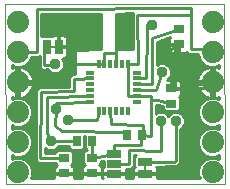
<source format=gtl>
G75*
%MOIN*%
%OFA0B0*%
%FSLAX24Y24*%
%IPPOS*%
%LPD*%
%AMOC8*
5,1,8,0,0,1.08239X$1,22.5*
%
%ADD10C,0.0000*%
%ADD11R,0.0118X0.0315*%
%ADD12R,0.0315X0.0118*%
%ADD13R,0.0354X0.0276*%
%ADD14R,0.0276X0.0354*%
%ADD15R,0.0500X0.0250*%
%ADD16C,0.0080*%
%ADD17R,0.0250X0.0500*%
%ADD18C,0.0740*%
%ADD19C,0.0100*%
%ADD20C,0.0376*%
D10*
X001100Y000639D02*
X001097Y006642D01*
X008394Y006645D01*
X008409Y000642D01*
X001100Y000639D01*
D11*
X004199Y003092D03*
X004396Y003092D03*
X004593Y003092D03*
X004790Y003092D03*
X004987Y003092D03*
X005183Y003092D03*
X005183Y004667D03*
X004987Y004667D03*
X004790Y004667D03*
X004593Y004667D03*
X004396Y004667D03*
X004199Y004667D03*
D12*
X003904Y004371D03*
X003904Y004174D03*
X003904Y003978D03*
X003904Y003781D03*
X003904Y003584D03*
X003904Y003387D03*
X005479Y003387D03*
X005479Y003584D03*
X005479Y003781D03*
X005479Y003978D03*
X005479Y004174D03*
X005479Y004371D03*
D13*
X006629Y003841D03*
X006629Y003329D03*
X006866Y005306D03*
X006866Y005817D03*
X003982Y001526D03*
X003982Y001014D03*
X003050Y001013D03*
X003050Y001524D03*
D14*
X003472Y002078D03*
X003984Y002078D03*
X005150Y002274D03*
X005662Y002274D03*
D15*
X004727Y001640D03*
X004727Y001320D03*
X004727Y001000D03*
X005757Y000994D03*
X005757Y001394D03*
D16*
X005757Y001344D02*
X005757Y001044D01*
X002819Y005232D02*
X002519Y005232D01*
D17*
X002469Y005232D03*
X002869Y005232D03*
D18*
X001500Y005045D03*
X001500Y004045D03*
X001500Y003045D03*
X001500Y002045D03*
X001500Y001045D03*
X001500Y006045D03*
X008000Y006045D03*
X008000Y005045D03*
X008000Y004045D03*
X008000Y003045D03*
X008000Y002045D03*
X008000Y001045D03*
D19*
X007563Y000847D02*
X006156Y000847D01*
X006157Y000850D02*
X006157Y000982D01*
X005907Y000982D01*
X005907Y000982D01*
X005907Y001007D01*
X006157Y001007D01*
X006157Y001139D01*
X006147Y001177D01*
X006127Y001212D01*
X006116Y001223D01*
X006117Y001224D01*
X006117Y001236D01*
X006678Y001239D01*
X006684Y001234D01*
X006743Y001239D01*
X006803Y001240D01*
X006808Y001245D01*
X006816Y001246D01*
X006854Y001291D01*
X006896Y001334D01*
X006896Y001340D01*
X006929Y001372D01*
X006929Y001380D01*
X006934Y001386D01*
X006929Y001445D01*
X006930Y002499D01*
X006939Y002503D01*
X007022Y002587D01*
X007068Y002697D01*
X007068Y002815D01*
X007022Y002925D01*
X006939Y003009D01*
X006829Y003054D01*
X006710Y003054D01*
X006601Y003009D01*
X006530Y002938D01*
X006459Y003009D01*
X006349Y003055D01*
X006230Y003055D01*
X006121Y003009D01*
X006109Y002997D01*
X006110Y003299D01*
X006170Y003299D01*
X006342Y003248D01*
X006342Y003146D01*
X006406Y003081D01*
X006851Y003081D01*
X006916Y003146D01*
X006916Y003512D01*
X006865Y003564D01*
X006898Y003583D01*
X006926Y003611D01*
X006946Y003645D01*
X006956Y003683D01*
X006956Y003822D01*
X006648Y003822D01*
X006648Y003860D01*
X006956Y003860D01*
X006956Y003998D01*
X006946Y004037D01*
X006926Y004071D01*
X006898Y004099D01*
X006864Y004119D01*
X006826Y004129D01*
X006648Y004129D01*
X006648Y003860D01*
X006610Y003860D01*
X006610Y004129D01*
X006493Y004129D01*
X006573Y004208D01*
X006618Y004318D01*
X006618Y004436D01*
X006573Y004546D01*
X006489Y004630D01*
X006379Y004675D01*
X006261Y004675D01*
X006151Y004630D01*
X006145Y004624D01*
X006144Y005390D01*
X006578Y005545D01*
X006569Y005535D01*
X006549Y005501D01*
X006539Y005463D01*
X006539Y005324D01*
X006847Y005324D01*
X006847Y005287D01*
X006539Y005287D01*
X006539Y005148D01*
X006549Y005110D01*
X006569Y005076D01*
X006597Y005048D01*
X006631Y005028D01*
X006669Y005018D01*
X006847Y005018D01*
X006847Y005287D01*
X006885Y005287D01*
X006885Y005018D01*
X007063Y005018D01*
X007101Y005028D01*
X007135Y005048D01*
X007139Y005051D01*
X007151Y005040D01*
X007197Y004993D01*
X007198Y004993D01*
X007198Y004992D01*
X007264Y004992D01*
X007330Y004992D01*
X007330Y004992D01*
X007520Y004992D01*
X007520Y004950D01*
X007593Y004773D01*
X007728Y004638D01*
X007905Y004565D01*
X008095Y004565D01*
X008199Y004608D01*
X008199Y004527D01*
X008122Y004552D01*
X008050Y004564D01*
X008050Y004095D01*
X007950Y004095D01*
X007950Y003995D01*
X008050Y003995D01*
X008050Y003527D01*
X008122Y003538D01*
X008200Y003563D01*
X008202Y003564D01*
X008202Y003481D01*
X008095Y003525D01*
X007905Y003525D01*
X007728Y003452D01*
X007593Y003317D01*
X007520Y003141D01*
X007520Y002950D01*
X007593Y002773D01*
X007728Y002638D01*
X007905Y002565D01*
X008095Y002565D01*
X008204Y002610D01*
X008205Y002480D01*
X008095Y002525D01*
X007905Y002525D01*
X007728Y002452D01*
X007593Y002317D01*
X007520Y002141D01*
X007520Y001950D01*
X007593Y001773D01*
X007728Y001638D01*
X007905Y001565D01*
X008095Y001565D01*
X008207Y001611D01*
X008207Y001479D01*
X008095Y001525D01*
X007905Y001525D01*
X007728Y001452D01*
X007593Y001317D01*
X007520Y001141D01*
X007520Y000950D01*
X007565Y000841D01*
X006155Y000841D01*
X006157Y000850D01*
X006157Y000946D02*
X007522Y000946D01*
X007520Y001044D02*
X006157Y001044D01*
X006156Y001143D02*
X007521Y001143D01*
X007562Y001241D02*
X006804Y001241D01*
X006896Y001340D02*
X007615Y001340D01*
X007714Y001438D02*
X006930Y001438D01*
X006929Y001537D02*
X008207Y001537D01*
X007736Y001635D02*
X006929Y001635D01*
X006929Y001734D02*
X007633Y001734D01*
X007569Y001832D02*
X006929Y001832D01*
X006929Y001931D02*
X007528Y001931D01*
X007520Y002029D02*
X006929Y002029D01*
X006929Y002128D02*
X007520Y002128D01*
X007555Y002226D02*
X006929Y002226D01*
X006929Y002325D02*
X007600Y002325D01*
X007699Y002423D02*
X006929Y002423D01*
X006957Y002522D02*
X007895Y002522D01*
X007772Y002620D02*
X007036Y002620D01*
X007068Y002719D02*
X007648Y002719D01*
X007575Y002817D02*
X007067Y002817D01*
X007026Y002916D02*
X007534Y002916D01*
X007520Y003014D02*
X006926Y003014D01*
X006883Y003113D02*
X007520Y003113D01*
X007549Y003211D02*
X006916Y003211D01*
X006916Y003310D02*
X007590Y003310D01*
X007684Y003408D02*
X006916Y003408D01*
X006916Y003507D02*
X007859Y003507D01*
X007878Y003538D02*
X007950Y003527D01*
X007950Y003995D01*
X007481Y003995D01*
X007493Y003924D01*
X007518Y003846D01*
X007555Y003773D01*
X007603Y003707D01*
X007661Y003649D01*
X007727Y003601D01*
X007800Y003563D01*
X007878Y003538D01*
X007950Y003605D02*
X008050Y003605D01*
X008050Y003704D02*
X007950Y003704D01*
X007950Y003802D02*
X008050Y003802D01*
X008050Y003901D02*
X007950Y003901D01*
X007950Y003999D02*
X006956Y003999D01*
X006899Y004098D02*
X007482Y004098D01*
X007481Y004095D02*
X007950Y004095D01*
X007950Y004564D01*
X007878Y004552D01*
X007800Y004527D01*
X007727Y004490D01*
X007661Y004442D01*
X007603Y004384D01*
X007555Y004318D01*
X007518Y004245D01*
X007493Y004167D01*
X007481Y004095D01*
X007502Y004196D02*
X006561Y004196D01*
X006609Y004295D02*
X007543Y004295D01*
X007612Y004393D02*
X006618Y004393D01*
X006595Y004492D02*
X007730Y004492D01*
X007845Y004590D02*
X006529Y004590D01*
X006320Y004377D02*
X006122Y003783D01*
X005479Y003781D01*
X005479Y003978D02*
X005986Y003987D01*
X005984Y005460D01*
X005997Y005507D01*
X006866Y005817D01*
X006543Y005477D02*
X006387Y005477D01*
X006539Y005378D02*
X006144Y005378D01*
X006144Y005280D02*
X006539Y005280D01*
X006539Y005181D02*
X006144Y005181D01*
X006144Y005083D02*
X006565Y005083D01*
X006329Y004948D02*
X006330Y004854D01*
X006329Y004948D02*
X006866Y005306D01*
X006747Y005307D01*
X006756Y004058D01*
X006756Y003841D01*
X006629Y003841D01*
X007763Y003850D01*
X007763Y004045D01*
X008000Y004045D01*
X007950Y004098D02*
X008050Y004098D01*
X008050Y004196D02*
X007950Y004196D01*
X007950Y004295D02*
X008050Y004295D01*
X008050Y004393D02*
X007950Y004393D01*
X007950Y004492D02*
X008050Y004492D01*
X008155Y004590D02*
X008199Y004590D01*
X007678Y004689D02*
X006145Y004689D01*
X006145Y004787D02*
X007587Y004787D01*
X007547Y004886D02*
X006145Y004886D01*
X006144Y004984D02*
X007520Y004984D01*
X007780Y005045D02*
X007780Y005152D01*
X007265Y005152D01*
X007273Y006281D01*
X005496Y006286D01*
X005502Y004658D01*
X005183Y004667D01*
X005189Y004667D01*
X005189Y003585D01*
X005479Y003585D01*
X005479Y003584D01*
X005479Y003583D01*
X005951Y003583D01*
X005951Y003459D01*
X006194Y003459D01*
X006629Y003329D01*
X006375Y003113D02*
X006109Y003113D01*
X006110Y003211D02*
X006342Y003211D01*
X006448Y003014D02*
X006614Y003014D01*
X006770Y002756D02*
X006769Y001439D01*
X006736Y001399D01*
X005757Y001394D01*
X005444Y001612D02*
X005397Y001565D01*
X005397Y001224D01*
X005398Y001223D01*
X005387Y001212D01*
X005367Y001177D01*
X005357Y001139D01*
X005357Y001007D01*
X005607Y001007D01*
X005607Y000982D01*
X005607Y000982D01*
X005357Y000982D01*
X005357Y000850D01*
X005359Y000841D01*
X005123Y000841D01*
X005127Y000855D01*
X005127Y000987D01*
X004739Y000987D01*
X004739Y001012D01*
X005127Y001012D01*
X005127Y001144D01*
X005123Y001160D01*
X005218Y001160D01*
X005284Y001159D01*
X005284Y001160D01*
X005285Y001160D01*
X005332Y001206D01*
X005378Y001252D01*
X005378Y001253D01*
X005379Y001253D01*
X005379Y001319D01*
X005381Y001612D01*
X005444Y001612D01*
X005397Y001537D02*
X005381Y001537D01*
X005380Y001438D02*
X005397Y001438D01*
X005397Y001340D02*
X005379Y001340D01*
X005367Y001241D02*
X005397Y001241D01*
X005358Y001143D02*
X005127Y001143D01*
X005127Y001044D02*
X005357Y001044D01*
X005357Y000946D02*
X005127Y000946D01*
X005125Y000847D02*
X005358Y000847D01*
X005757Y000994D02*
X004727Y001000D01*
X004461Y000999D01*
X004222Y001013D01*
X003982Y001014D01*
X003684Y001020D01*
X003050Y001013D01*
X002100Y001019D01*
X002099Y003871D01*
X002099Y004057D01*
X002393Y004057D01*
X002393Y004058D01*
X002015Y004058D01*
X002015Y004045D01*
X001500Y004045D01*
X001550Y003999D02*
X003221Y003999D01*
X003222Y004098D02*
X002018Y004098D01*
X002019Y004095D02*
X002007Y004167D01*
X001982Y004245D01*
X001945Y004318D01*
X001897Y004384D01*
X001839Y004442D01*
X001773Y004490D01*
X001700Y004527D01*
X001622Y004552D01*
X001550Y004564D01*
X001550Y004095D01*
X002019Y004095D01*
X002015Y004058D02*
X002015Y004351D01*
X003169Y004351D01*
X003169Y004669D01*
X003169Y005214D01*
X002869Y005232D01*
X002969Y005220D02*
X002969Y005245D01*
X003144Y005245D01*
X003144Y005502D01*
X003134Y005540D01*
X003114Y005574D01*
X003086Y005602D01*
X003052Y005622D01*
X003014Y005632D01*
X002882Y005632D01*
X002882Y005382D01*
X002881Y005382D01*
X002857Y005382D01*
X002857Y005632D01*
X002725Y005632D01*
X002686Y005622D01*
X002652Y005602D01*
X002641Y005591D01*
X002640Y005592D01*
X002299Y005592D01*
X002296Y005589D01*
X002296Y006325D01*
X004280Y006335D01*
X004280Y005150D01*
X003400Y005130D01*
X003404Y004328D01*
X003385Y004328D01*
X003320Y004329D01*
X003319Y004328D01*
X003317Y004328D01*
X003271Y004282D01*
X003225Y004237D01*
X003225Y004235D01*
X003223Y004234D01*
X003223Y004169D01*
X003219Y003903D01*
X002274Y003881D01*
X002210Y003882D01*
X002208Y003880D01*
X002205Y003880D01*
X002161Y003834D01*
X002116Y003789D01*
X002116Y003786D01*
X002114Y003784D01*
X002115Y003720D01*
X002100Y001574D01*
X002099Y001572D01*
X002100Y001508D01*
X002099Y001443D01*
X002101Y001442D01*
X002101Y001439D01*
X002147Y001395D01*
X002192Y001349D01*
X002195Y001349D01*
X002197Y001347D01*
X002261Y001349D01*
X002325Y001348D01*
X002327Y001350D01*
X002763Y001359D01*
X002763Y001341D01*
X002814Y001290D01*
X002781Y001270D01*
X002753Y001242D01*
X002733Y001208D01*
X002723Y001170D01*
X002723Y001031D01*
X003031Y001031D01*
X003031Y000994D01*
X002723Y000994D01*
X002723Y000855D01*
X002727Y000840D01*
X001934Y000840D01*
X001980Y000950D01*
X001980Y001141D01*
X001907Y001317D01*
X001772Y001452D01*
X001595Y001525D01*
X001405Y001525D01*
X001299Y001482D01*
X001299Y001609D01*
X001405Y001565D01*
X001595Y001565D01*
X001772Y001638D01*
X001907Y001773D01*
X001980Y001950D01*
X001980Y002141D01*
X001907Y002317D01*
X001772Y002452D01*
X001595Y002525D01*
X001405Y002525D01*
X001299Y002481D01*
X001299Y002609D01*
X001405Y002565D01*
X001595Y002565D01*
X001772Y002638D01*
X001907Y002773D01*
X001980Y002950D01*
X001980Y003141D01*
X001907Y003317D01*
X001772Y003452D01*
X001595Y003525D01*
X001405Y003525D01*
X001298Y003481D01*
X001298Y003564D01*
X001300Y003563D01*
X001378Y003538D01*
X001450Y003527D01*
X001450Y003995D01*
X001550Y003995D01*
X001550Y003527D01*
X001622Y003538D01*
X001700Y003563D01*
X001773Y003601D01*
X001839Y003649D01*
X001897Y003707D01*
X001945Y003773D01*
X001982Y003846D01*
X002007Y003924D01*
X002019Y003995D01*
X001550Y003995D01*
X001550Y004095D01*
X001450Y004095D01*
X001450Y004564D01*
X001378Y004552D01*
X001300Y004527D01*
X001298Y004526D01*
X001298Y004609D01*
X001405Y004565D01*
X001595Y004565D01*
X001772Y004638D01*
X001907Y004773D01*
X001953Y004885D01*
X002202Y004885D01*
X002231Y004914D01*
X002231Y004693D01*
X002228Y004690D01*
X002231Y004627D01*
X002231Y004564D01*
X002233Y004561D01*
X002233Y004558D01*
X002279Y004515D01*
X002324Y004470D01*
X002328Y004470D01*
X002330Y004468D01*
X002393Y004470D01*
X002457Y004470D01*
X002459Y004472D01*
X002494Y004474D01*
X002577Y004390D01*
X002687Y004345D01*
X002805Y004345D01*
X002915Y004390D01*
X002999Y004474D01*
X003044Y004584D01*
X003044Y004702D01*
X002999Y004812D01*
X002978Y004832D01*
X003014Y004832D01*
X003052Y004843D01*
X003086Y004862D01*
X003114Y004890D01*
X003134Y004924D01*
X003144Y004963D01*
X003144Y005220D01*
X002969Y005220D01*
X003144Y005181D02*
X004280Y005181D01*
X004280Y005280D02*
X003144Y005280D01*
X003144Y005378D02*
X004280Y005378D01*
X004280Y005477D02*
X003144Y005477D01*
X003114Y005575D02*
X004280Y005575D01*
X004280Y005674D02*
X002296Y005674D01*
X002296Y005772D02*
X004280Y005772D01*
X004280Y005871D02*
X002296Y005871D01*
X002296Y005969D02*
X004280Y005969D01*
X004280Y006068D02*
X002296Y006068D01*
X002296Y006166D02*
X004280Y006166D01*
X004280Y006265D02*
X002296Y006265D01*
X002136Y006485D02*
X007265Y006509D01*
X007265Y005152D01*
X006885Y005181D02*
X006847Y005181D01*
X006847Y005083D02*
X006885Y005083D01*
X006885Y005280D02*
X006847Y005280D01*
X005965Y005957D02*
X005800Y005973D01*
X005800Y005707D01*
X005782Y004175D01*
X005479Y004174D01*
X004790Y004667D02*
X004776Y004667D01*
X004776Y005006D01*
X004774Y005342D01*
X005179Y005309D01*
X005340Y005280D02*
X004780Y005280D01*
X004780Y005181D02*
X005340Y005181D01*
X005340Y005147D02*
X004780Y005150D01*
X004780Y006337D01*
X005336Y006340D01*
X005336Y006286D01*
X005336Y006220D01*
X005337Y006220D01*
X005340Y005147D01*
X005340Y005378D02*
X004780Y005378D01*
X004780Y005477D02*
X005339Y005477D01*
X005339Y005575D02*
X004780Y005575D01*
X004780Y005674D02*
X005339Y005674D01*
X005338Y005772D02*
X004780Y005772D01*
X004780Y005871D02*
X005338Y005871D01*
X005338Y005969D02*
X004780Y005969D01*
X004780Y006068D02*
X005337Y006068D01*
X005337Y006166D02*
X004780Y006166D01*
X004780Y006265D02*
X005336Y006265D01*
X004776Y005006D02*
X004396Y005006D01*
X004396Y004667D01*
X004199Y004667D01*
X004199Y004669D01*
X003169Y004669D01*
X003044Y004689D02*
X003402Y004689D01*
X003402Y004787D02*
X003009Y004787D01*
X003110Y004886D02*
X003401Y004886D01*
X003400Y004984D02*
X003144Y004984D01*
X003144Y005083D02*
X003400Y005083D01*
X002882Y005477D02*
X002857Y005477D01*
X002857Y005575D02*
X002882Y005575D01*
X002469Y005232D02*
X002391Y005276D01*
X002391Y004630D01*
X002746Y004643D01*
X003006Y004492D02*
X003403Y004492D01*
X003403Y004590D02*
X003044Y004590D01*
X002918Y004393D02*
X003404Y004393D01*
X003284Y004295D02*
X001957Y004295D01*
X001998Y004196D02*
X003223Y004196D01*
X003383Y004168D02*
X003517Y004168D01*
X003904Y004174D01*
X003383Y004168D02*
X003376Y003746D01*
X002275Y003721D01*
X002260Y001509D01*
X003050Y001524D01*
X003337Y001537D02*
X003695Y001537D01*
X003695Y001635D02*
X003337Y001635D01*
X003337Y001708D02*
X003273Y001772D01*
X002827Y001772D01*
X002763Y001708D01*
X002763Y001679D01*
X002421Y001672D01*
X002422Y001855D01*
X002453Y001824D01*
X002563Y001779D01*
X002681Y001779D01*
X002791Y001824D01*
X002875Y001908D01*
X002879Y001917D01*
X003225Y001918D01*
X003225Y001855D01*
X003289Y001791D01*
X003656Y001791D01*
X003720Y001855D01*
X003720Y002243D01*
X003736Y002243D01*
X003736Y001855D01*
X003801Y001791D01*
X003823Y001791D01*
X003823Y001774D01*
X003760Y001774D01*
X003695Y001709D01*
X003695Y001343D01*
X003746Y001291D01*
X003713Y001272D01*
X003685Y001244D01*
X003665Y001210D01*
X003655Y001172D01*
X003655Y001033D01*
X003963Y001033D01*
X003963Y000995D01*
X003655Y000995D01*
X003655Y000857D01*
X003660Y000840D01*
X003373Y000840D01*
X003377Y000855D01*
X003377Y000994D01*
X003069Y000994D01*
X003069Y001031D01*
X003377Y001031D01*
X003377Y001170D01*
X003367Y001208D01*
X003347Y001242D01*
X003319Y001270D01*
X003286Y001290D01*
X003337Y001341D01*
X003337Y001708D01*
X003311Y001734D02*
X003719Y001734D01*
X003697Y001832D02*
X003760Y001832D01*
X003736Y001931D02*
X003720Y001931D01*
X003720Y002029D02*
X003736Y002029D01*
X003736Y002128D02*
X003720Y002128D01*
X003720Y002226D02*
X003736Y002226D01*
X003984Y002078D02*
X003982Y001526D01*
X004727Y001640D01*
X004727Y001949D01*
X005611Y001949D01*
X005611Y002226D01*
X005662Y002274D01*
X005945Y002271D01*
X005951Y003459D01*
X006109Y003014D02*
X006132Y003014D01*
X006290Y002757D02*
X006291Y001767D01*
X005223Y001773D01*
X005219Y001320D01*
X004727Y001320D01*
X004714Y001012D02*
X004327Y001012D01*
X004327Y001144D01*
X004337Y001183D01*
X004357Y001217D01*
X004367Y001227D01*
X004367Y001423D01*
X004269Y001408D01*
X004269Y001343D01*
X004218Y001291D01*
X004252Y001272D01*
X004279Y001244D01*
X004299Y001210D01*
X004309Y001172D01*
X004309Y001033D01*
X004001Y001033D01*
X004001Y000995D01*
X004309Y000995D01*
X004309Y000857D01*
X004305Y000840D01*
X004331Y000840D01*
X004327Y000855D01*
X004327Y000987D01*
X004714Y000987D01*
X004714Y001012D01*
X004327Y001044D02*
X004309Y001044D01*
X004309Y001143D02*
X004327Y001143D01*
X004367Y001241D02*
X004281Y001241D01*
X004266Y001340D02*
X004367Y001340D01*
X004327Y000946D02*
X004309Y000946D01*
X004307Y000847D02*
X004329Y000847D01*
X003698Y001340D02*
X003336Y001340D01*
X003337Y001438D02*
X003695Y001438D01*
X003683Y001241D02*
X003348Y001241D01*
X003377Y001143D02*
X003655Y001143D01*
X003655Y001044D02*
X003377Y001044D01*
X003377Y000946D02*
X003655Y000946D01*
X003658Y000847D02*
X003375Y000847D01*
X002752Y001241D02*
X001938Y001241D01*
X001885Y001340D02*
X002764Y001340D01*
X002723Y001143D02*
X001979Y001143D01*
X001980Y001044D02*
X002723Y001044D01*
X002723Y000946D02*
X001978Y000946D01*
X001937Y000847D02*
X002725Y000847D01*
X002102Y001438D02*
X001786Y001438D01*
X001764Y001635D02*
X002101Y001635D01*
X002099Y001537D02*
X001299Y001537D01*
X001867Y001734D02*
X002101Y001734D01*
X002102Y001832D02*
X001931Y001832D01*
X001972Y001931D02*
X002103Y001931D01*
X002103Y002029D02*
X001980Y002029D01*
X001980Y002128D02*
X002104Y002128D01*
X002105Y002226D02*
X001945Y002226D01*
X001900Y002325D02*
X002106Y002325D01*
X002106Y002423D02*
X001801Y002423D01*
X001605Y002522D02*
X002107Y002522D01*
X002108Y002620D02*
X001728Y002620D01*
X001852Y002719D02*
X002108Y002719D01*
X002109Y002817D02*
X001925Y002817D01*
X001966Y002916D02*
X002110Y002916D01*
X002110Y003014D02*
X001980Y003014D01*
X001980Y003113D02*
X002111Y003113D01*
X002112Y003211D02*
X001951Y003211D01*
X001910Y003310D02*
X002112Y003310D01*
X002113Y003408D02*
X001816Y003408D01*
X001641Y003507D02*
X002114Y003507D01*
X002114Y003605D02*
X001779Y003605D01*
X001894Y003704D02*
X002115Y003704D01*
X002129Y003802D02*
X001960Y003802D01*
X002000Y003901D02*
X003115Y003901D01*
X002775Y003345D02*
X003904Y003387D01*
X003904Y003584D02*
X002472Y003546D01*
X002470Y002350D01*
X002622Y002077D01*
X003472Y002078D01*
X003248Y001832D02*
X002799Y001832D01*
X002789Y001734D02*
X002421Y001734D01*
X002422Y001832D02*
X002445Y001832D01*
X002975Y002407D02*
X002755Y002576D01*
X002780Y003150D01*
X002775Y003345D01*
X003174Y002780D02*
X003545Y002787D01*
X003872Y002785D01*
X004137Y002787D01*
X004199Y003092D01*
X004593Y003092D02*
X004603Y002646D01*
X005669Y002637D01*
X005669Y002356D01*
X005662Y002274D01*
X005170Y002397D02*
X005150Y002274D01*
X005170Y002397D02*
X002975Y002407D01*
X001550Y003605D02*
X001450Y003605D01*
X001450Y003704D02*
X001550Y003704D01*
X001550Y003802D02*
X001450Y003802D01*
X001450Y003901D02*
X001550Y003901D01*
X001550Y004098D02*
X001450Y004098D01*
X001450Y004196D02*
X001550Y004196D01*
X001550Y004295D02*
X001450Y004295D01*
X001450Y004393D02*
X001550Y004393D01*
X001550Y004492D02*
X001450Y004492D01*
X001345Y004590D02*
X001298Y004590D01*
X001655Y004590D02*
X002231Y004590D01*
X002303Y004492D02*
X001770Y004492D01*
X001888Y004393D02*
X002574Y004393D01*
X002228Y004689D02*
X001822Y004689D01*
X001913Y004787D02*
X002231Y004787D01*
X002231Y004886D02*
X002202Y004886D01*
X002136Y005045D02*
X001500Y005045D01*
X002136Y005045D02*
X002136Y006485D01*
X001359Y003507D02*
X001298Y003507D01*
X001299Y002522D02*
X001395Y002522D01*
X006610Y003901D02*
X006648Y003901D01*
X006648Y003999D02*
X006610Y003999D01*
X006610Y004098D02*
X006648Y004098D01*
X006956Y003901D02*
X007500Y003901D01*
X007540Y003802D02*
X006956Y003802D01*
X006956Y003704D02*
X007606Y003704D01*
X007721Y003605D02*
X006920Y003605D01*
X008141Y003507D02*
X008202Y003507D01*
X008205Y002522D02*
X008105Y002522D01*
X008000Y005045D02*
X007780Y005045D01*
D20*
X006330Y004854D03*
X006320Y004377D03*
X005179Y005309D03*
X005965Y005957D03*
X002746Y004643D03*
X002393Y004057D03*
X002780Y003150D03*
X003174Y002780D03*
X002622Y002077D03*
X006290Y002757D03*
X006770Y002756D03*
M02*

</source>
